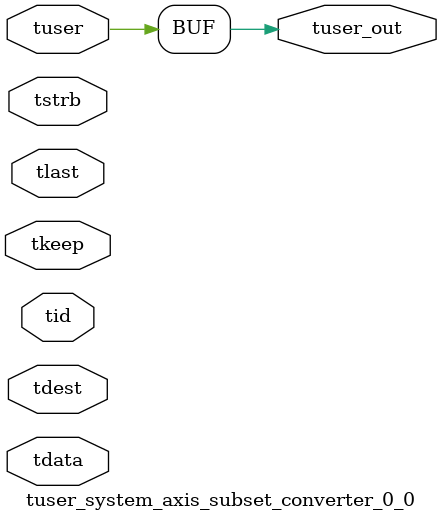
<source format=v>


`timescale 1ps/1ps

module tuser_system_axis_subset_converter_0_0 #
(
parameter C_S_AXIS_TUSER_WIDTH = 1,
parameter C_S_AXIS_TDATA_WIDTH = 32,
parameter C_S_AXIS_TID_WIDTH   = 0,
parameter C_S_AXIS_TDEST_WIDTH = 0,
parameter C_M_AXIS_TUSER_WIDTH = 1
)
(
input  [(C_S_AXIS_TUSER_WIDTH == 0 ? 1 : C_S_AXIS_TUSER_WIDTH)-1:0     ] tuser,
input  [(C_S_AXIS_TDATA_WIDTH == 0 ? 1 : C_S_AXIS_TDATA_WIDTH)-1:0     ] tdata,
input  [(C_S_AXIS_TID_WIDTH   == 0 ? 1 : C_S_AXIS_TID_WIDTH)-1:0       ] tid,
input  [(C_S_AXIS_TDEST_WIDTH == 0 ? 1 : C_S_AXIS_TDEST_WIDTH)-1:0     ] tdest,
input  [(C_S_AXIS_TDATA_WIDTH/8)-1:0 ] tkeep,
input  [(C_S_AXIS_TDATA_WIDTH/8)-1:0 ] tstrb,
input                                                                    tlast,
output [C_M_AXIS_TUSER_WIDTH-1:0] tuser_out
);

assign tuser_out = {tuser[0:0]};

endmodule


</source>
